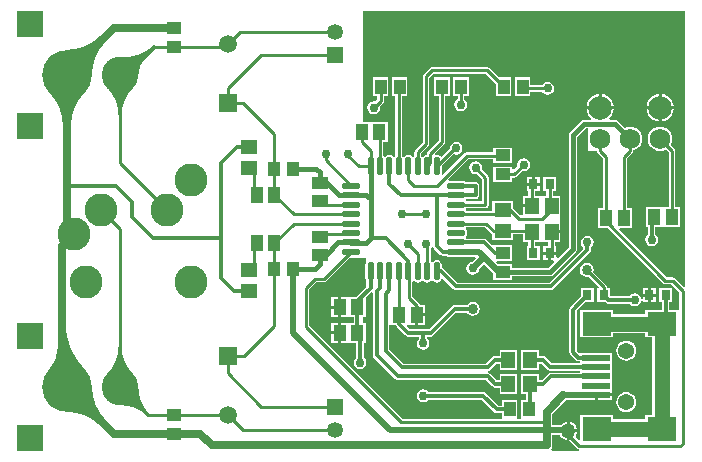
<source format=gbl>
%FSLAX24Y24*%
%MOIN*%
G70*
G01*
G75*
G04 Layer_Physical_Order=2*
G04 Layer_Color=16711680*
%ADD10R,0.0433X0.0492*%
%ADD11R,0.0512X0.0610*%
%ADD12R,0.0512X0.0394*%
%ADD13R,0.0866X0.0374*%
%ADD14R,0.0551X0.0472*%
%ADD15C,0.0120*%
%ADD16C,0.0100*%
%ADD17C,0.0340*%
%ADD18C,0.0532*%
%ADD19R,0.0532X0.0532*%
%ADD20C,0.0591*%
%ADD21R,0.0591X0.0591*%
%ADD22C,0.1100*%
%ADD23C,0.0540*%
%ADD24C,0.0787*%
%ADD25C,0.0689*%
%ADD26R,0.0866X0.0866*%
%ADD27C,0.1654*%
%ADD28C,0.1220*%
%ADD29C,0.0500*%
%ADD30C,0.0300*%
%ADD31C,0.0250*%
%ADD32R,0.0394X0.0512*%
%ADD33O,0.0217X0.0630*%
%ADD34O,0.0630X0.0217*%
%ADD35R,0.0433X0.0551*%
%ADD36R,0.0551X0.0433*%
%ADD37R,0.0472X0.0551*%
%ADD38R,0.0315X0.0354*%
%ADD39R,0.0980X0.0790*%
%ADD40R,0.0940X0.0200*%
%ADD41C,0.0200*%
%ADD42C,0.0150*%
%ADD43C,0.0500*%
G36*
X39988Y33159D02*
X39932Y33136D01*
X39649Y33419D01*
X39613Y33444D01*
X39570Y33452D01*
X39570Y33452D01*
X39376D01*
X37780Y35049D01*
X37803Y35104D01*
X38222D01*
Y35776D01*
X38057D01*
Y37409D01*
X38229Y37581D01*
X38229Y37581D01*
X38254Y37617D01*
X38262Y37660D01*
X38262Y37660D01*
Y37679D01*
X38354Y37717D01*
X38438Y37782D01*
X38503Y37866D01*
X38544Y37964D01*
X38558Y38070D01*
X38544Y38176D01*
X38503Y38274D01*
X38438Y38358D01*
X38354Y38423D01*
X38256Y38464D01*
X38150Y38478D01*
X38044Y38464D01*
X37978Y38437D01*
X37751Y38664D01*
X37706Y38694D01*
X37653Y38704D01*
X37468D01*
X37449Y38761D01*
X37474Y38780D01*
X37546Y38875D01*
X37592Y38985D01*
X37601Y39053D01*
X36699D01*
X36708Y38985D01*
X36754Y38875D01*
X36826Y38780D01*
X36851Y38761D01*
X36832Y38704D01*
X36617D01*
X36564Y38694D01*
X36519Y38664D01*
X36153Y38297D01*
X36123Y38253D01*
X36112Y38200D01*
X36112Y38200D01*
X36112D01*
X36112Y38200D01*
X36112D01*
Y34457D01*
X35749Y34093D01*
X35693Y34116D01*
Y34200D01*
X35526D01*
Y34013D01*
X35590D01*
X35613Y33957D01*
X35428Y33773D01*
X34216D01*
Y33892D01*
X33739D01*
X33678Y33953D01*
X33701Y34008D01*
X34216D01*
Y34522D01*
X33584D01*
X33584Y34522D01*
Y34522D01*
X33561Y34512D01*
X33374Y34699D01*
X33334Y34726D01*
X33287Y34735D01*
X32678D01*
X32671Y34740D01*
Y34800D01*
X32680Y34806D01*
X32717Y34862D01*
X32730Y34928D01*
X32717Y34993D01*
X32680Y35049D01*
X32671Y35055D01*
Y35115D01*
X32680Y35121D01*
X32686Y35130D01*
X33311D01*
X33525Y34916D01*
X33525Y34916D01*
X33561Y34892D01*
X33561Y34892D01*
X33561Y34892D01*
D01*
X33561Y34892D01*
X33561Y34892D01*
X33564Y34891D01*
Y34699D01*
X34236D01*
Y34884D01*
X34569D01*
Y34631D01*
X34753D01*
Y34487D01*
X34707D01*
Y34013D01*
X35142D01*
Y34487D01*
X34978D01*
Y34631D01*
X35422D01*
Y34487D01*
X35258D01*
Y34300D01*
X35693D01*
Y34487D01*
X35647D01*
Y34631D01*
X35831D01*
Y34917D01*
X35750D01*
Y35017D01*
X35831D01*
Y35303D01*
Y35497D01*
Y36169D01*
X35588D01*
Y36313D01*
X35693D01*
Y36787D01*
X35258D01*
Y36313D01*
X35363D01*
Y36169D01*
X34978D01*
Y36313D01*
X35142D01*
Y36500D01*
X34707D01*
Y36313D01*
X34753D01*
Y36169D01*
X34569D01*
Y35883D01*
X34650D01*
Y35783D01*
X34569D01*
Y35512D01*
X34496D01*
X34236Y35773D01*
Y36001D01*
X33564D01*
Y35670D01*
X32686D01*
X32680Y35679D01*
X32671Y35685D01*
Y35745D01*
X32680Y35751D01*
X32686Y35760D01*
X33328D01*
X33370Y35769D01*
X33407Y35793D01*
X33431Y35830D01*
X33440Y35872D01*
X33440Y35872D01*
X33440Y35872D01*
Y35872D01*
Y36772D01*
X33431Y36815D01*
X33407Y36852D01*
X33407Y36852D01*
X33205Y37054D01*
X33214Y37100D01*
X33198Y37182D01*
X33151Y37251D01*
X33082Y37298D01*
X33000Y37314D01*
X32918Y37298D01*
X32849Y37251D01*
X32802Y37182D01*
X32786Y37100D01*
X32802Y37018D01*
X32849Y36949D01*
X32918Y36902D01*
X33000Y36886D01*
X33046Y36895D01*
X33215Y36726D01*
Y35985D01*
X32686D01*
X32680Y35994D01*
X32671Y36000D01*
Y36060D01*
X32678Y36065D01*
X32987D01*
X33034Y36074D01*
X33074Y36101D01*
X33074Y36101D01*
X33074Y36101D01*
X33087Y36113D01*
X33113Y36153D01*
X33122Y36200D01*
X33122Y36200D01*
X33122Y36200D01*
Y36200D01*
Y36500D01*
X33113Y36547D01*
X33087Y36587D01*
X33047Y36613D01*
X33000Y36622D01*
X32681D01*
X32680Y36624D01*
X32624Y36661D01*
X32559Y36674D01*
X32145D01*
X32106Y36666D01*
X32078Y36719D01*
X32746Y37388D01*
X33584D01*
Y37258D01*
X34216D01*
Y37772D01*
X33584D01*
Y37612D01*
X32700D01*
X32700Y37612D01*
X32657Y37604D01*
X32621Y37579D01*
X32621Y37579D01*
X31919Y36878D01*
X31866Y36906D01*
X31874Y36945D01*
Y37165D01*
X32264Y37555D01*
X32268Y37552D01*
X32350Y37536D01*
X32432Y37552D01*
X32501Y37599D01*
X32548Y37668D01*
X32564Y37750D01*
X32548Y37832D01*
X32501Y37901D01*
X32432Y37948D01*
X32350Y37964D01*
X32268Y37948D01*
X32199Y37901D01*
X32152Y37832D01*
X32136Y37750D01*
X32137Y37745D01*
X31867Y37476D01*
X31824Y37480D01*
X31768Y37517D01*
X31702Y37530D01*
X31671Y37524D01*
X31643Y37577D01*
X31964Y37899D01*
X31989Y37935D01*
X31997Y37978D01*
X31997Y37978D01*
Y39484D01*
X32142D01*
Y40116D01*
X31628D01*
Y39484D01*
X31773D01*
Y38024D01*
X31405Y37656D01*
X31380Y37620D01*
X31372Y37577D01*
X31372Y37577D01*
Y37527D01*
X31322Y37517D01*
X31266Y37480D01*
X31260Y37471D01*
X31200D01*
X31194Y37480D01*
X31185Y37486D01*
Y37576D01*
X31429Y37821D01*
X31429Y37821D01*
X31454Y37857D01*
X31454Y37857D01*
X31454Y37857D01*
X31462Y37900D01*
X31462Y37900D01*
Y40104D01*
X31596Y40238D01*
X33339D01*
X33678Y39898D01*
Y39484D01*
X34192D01*
Y40116D01*
X33778D01*
X33464Y40429D01*
X33428Y40454D01*
X33385Y40462D01*
X33385Y40462D01*
X31550D01*
X31550Y40462D01*
X31507Y40454D01*
X31471Y40429D01*
X31471Y40429D01*
X31271Y40229D01*
X31246Y40193D01*
X31238Y40150D01*
X31238Y40150D01*
Y37946D01*
X30993Y37702D01*
X30969Y37665D01*
X30960Y37622D01*
X30960Y37622D01*
Y37486D01*
X30951Y37480D01*
X30945Y37471D01*
X30885D01*
X30879Y37480D01*
X30823Y37517D01*
X30757Y37530D01*
X30692Y37517D01*
X30636Y37480D01*
X30630Y37471D01*
X30570D01*
X30564Y37480D01*
X30555Y37486D01*
Y39484D01*
X30722D01*
Y40116D01*
X30208D01*
Y39484D01*
X30330D01*
Y37486D01*
X30321Y37480D01*
X30315Y37471D01*
X30255D01*
X30249Y37480D01*
X30193Y37517D01*
X30128Y37530D01*
X30062Y37517D01*
X30006Y37480D01*
X30000Y37471D01*
X29940D01*
X29934Y37480D01*
X29925Y37486D01*
Y37964D01*
X30072D01*
Y38636D01*
X29519D01*
D01*
D01*
D01*
Y38636D01*
X29518D01*
X29517Y38636D01*
X29518Y38636D01*
X29460Y38636D01*
X29439Y38636D01*
X29439D01*
D01*
Y38636D01*
X29439D01*
X29439D01*
D01*
X29292Y38636D01*
X29250Y38678D01*
Y42338D01*
X39988D01*
Y33159D01*
D02*
G37*
G36*
X36750Y38131D02*
X36749Y38120D01*
X36750D01*
Y38020D01*
X36749D01*
X36750Y38009D01*
Y37670D01*
X36988D01*
X37038Y37660D01*
X37046Y37617D01*
X37071Y37581D01*
X37243Y37409D01*
Y35776D01*
X37078D01*
Y35490D01*
X37078D01*
Y35390D01*
X37078D01*
Y35104D01*
X37305D01*
Y35104D01*
X37405D01*
Y35104D01*
X37407D01*
X39251Y33261D01*
X39251Y33261D01*
X39287Y33236D01*
X39287Y33236D01*
X39287Y33236D01*
D01*
X39287Y33236D01*
X39287Y33236D01*
X39330Y33228D01*
X39330Y33228D01*
X39524D01*
X39788Y32964D01*
Y32355D01*
X39760D01*
Y32355D01*
X39458D01*
Y32613D01*
X39553D01*
Y33087D01*
X39118D01*
Y32613D01*
X39213D01*
Y32355D01*
X38660D01*
Y32213D01*
X37590D01*
Y32355D01*
X36490D01*
Y31445D01*
X37590D01*
Y31587D01*
X38660D01*
Y31445D01*
X38897D01*
Y28855D01*
X38660D01*
Y28713D01*
X37590D01*
Y28855D01*
X36490D01*
Y28037D01*
X36435Y28014D01*
X36324Y28125D01*
X36361Y28174D01*
X36392Y28249D01*
X36396Y28280D01*
X36140D01*
Y28024D01*
X36111Y28020D01*
X36381Y27751D01*
X36381Y27751D01*
X36417Y27726D01*
X36440Y27722D01*
X36434Y27662D01*
X35540D01*
X35503Y27717D01*
X35544Y27778D01*
X35559Y27850D01*
Y28187D01*
X35814D01*
X35819Y28174D01*
X35869Y28109D01*
X35934Y28059D01*
X36009Y28028D01*
X36040Y28024D01*
Y28330D01*
Y28636D01*
X36009Y28632D01*
X35934Y28601D01*
X35869Y28551D01*
X35840Y28513D01*
X35559D01*
Y28620D01*
X35559Y28620D01*
X35559Y28620D01*
Y28620D01*
Y28892D01*
X36034Y29367D01*
X37020D01*
X37036Y29370D01*
X36970D01*
Y29530D01*
X37020D01*
Y29580D01*
X37550D01*
Y29680D01*
Y29990D01*
Y30300D01*
Y30610D01*
Y30930D01*
X36490D01*
Y30930D01*
X36443Y30930D01*
X36372Y31001D01*
Y32325D01*
X36660Y32613D01*
X36942D01*
Y33087D01*
X36507D01*
Y32806D01*
X36163Y32462D01*
X36137Y32422D01*
X36128Y32376D01*
Y30950D01*
X36128Y30950D01*
X36128D01*
X36137Y30903D01*
X36163Y30863D01*
X36343Y30683D01*
X36383Y30657D01*
X36430Y30648D01*
X36490D01*
Y30610D01*
Y30582D01*
X35541D01*
X35337Y30787D01*
X35297Y30813D01*
X35250Y30822D01*
X35101D01*
Y31036D01*
X34508D01*
Y30364D01*
X35101D01*
Y30578D01*
X35199D01*
X35403Y30373D01*
X35403Y30373D01*
X35403D01*
X35403Y30373D01*
X35403D01*
X35403Y30373D01*
Y30373D01*
Y30373D01*
D01*
D01*
X35403D01*
Y30373D01*
X35443Y30347D01*
X35490Y30338D01*
X36490D01*
Y30300D01*
Y30272D01*
X35500D01*
X35453Y30263D01*
X35413Y30237D01*
X35199Y30022D01*
X35101D01*
Y30236D01*
X34508D01*
Y29564D01*
X34682D01*
Y29366D01*
X34508D01*
Y28734D01*
D01*
Y28734D01*
X34506Y28732D01*
X34392D01*
Y28732D01*
Y28734D01*
X34392Y28775D01*
X34392Y28775D01*
X34392D01*
Y29366D01*
X33878D01*
Y29172D01*
X33751D01*
X33337Y29587D01*
X33297Y29613D01*
X33250Y29622D01*
X31421D01*
X31401Y29651D01*
X31332Y29698D01*
X31250Y29714D01*
X31168Y29698D01*
X31099Y29651D01*
X31052Y29582D01*
X31036Y29500D01*
X31052Y29418D01*
X31099Y29349D01*
X31168Y29302D01*
X31250Y29286D01*
X31332Y29302D01*
X31401Y29349D01*
X31421Y29378D01*
X33199D01*
X33613Y28963D01*
X33613Y28963D01*
X33613D01*
X33613Y28963D01*
X33613D01*
X33613Y28963D01*
Y28963D01*
Y28963D01*
D01*
D01*
X33613D01*
Y28963D01*
X33653Y28937D01*
X33700Y28928D01*
X33878D01*
Y28775D01*
X33878Y28775D01*
X33878D01*
X33878Y28734D01*
X33876Y28732D01*
X30576D01*
X29295Y30014D01*
X29281Y30028D01*
X29250Y30059D01*
D01*
X27462Y31846D01*
Y33054D01*
X27696Y33288D01*
X27950D01*
X27950Y33288D01*
X27993Y33296D01*
X28030Y33321D01*
X28809Y34100D01*
X29350D01*
Y33937D01*
X29339Y33920D01*
X29326Y33855D01*
Y33441D01*
X29339Y33376D01*
X29350Y33359D01*
Y33123D01*
X29013Y32786D01*
X28787D01*
X28787Y32786D01*
Y32786D01*
X28783Y32786D01*
X28764D01*
X28745D01*
X28740Y32786D01*
X28740Y32786D01*
Y32786D01*
X28519D01*
Y32450D01*
Y32114D01*
X28745D01*
Y32114D01*
X28783D01*
X28787Y32114D01*
X28787Y32114D01*
Y32114D01*
X28937D01*
Y31936D01*
X28787D01*
X28787Y31936D01*
Y31936D01*
X28783Y31936D01*
X28764D01*
X28745D01*
X28740Y31936D01*
X28740Y31936D01*
Y31936D01*
X28519D01*
Y31600D01*
Y31264D01*
X28745D01*
Y31264D01*
X28783D01*
X28787Y31264D01*
X28787Y31264D01*
Y31264D01*
X29028D01*
Y30771D01*
X28999Y30751D01*
X28952Y30682D01*
X28936Y30600D01*
X28952Y30518D01*
X28999Y30449D01*
X29068Y30402D01*
X29150Y30386D01*
X29232Y30402D01*
X29297Y30446D01*
X29301Y30449D01*
X29348Y30518D01*
X29364Y30600D01*
X29348Y30682D01*
X29301Y30751D01*
X29272Y30771D01*
Y31264D01*
X29336D01*
Y31936D01*
X29250D01*
Y32114D01*
X29336D01*
Y32763D01*
X29525Y32951D01*
X29580Y32929D01*
Y30848D01*
X29580Y30848D01*
X29580D01*
X29589Y30801D01*
X29616Y30761D01*
X30313Y30063D01*
X30337Y30048D01*
X30353Y30037D01*
X30400Y30028D01*
X33349D01*
X33563Y29813D01*
X33563D01*
X33563Y29813D01*
X33563Y29813D01*
Y29813D01*
X33603Y29787D01*
X33650Y29778D01*
X33799D01*
Y29564D01*
X34392D01*
Y30236D01*
X33799D01*
Y30022D01*
X33701D01*
X33487Y30237D01*
X33447Y30263D01*
X33400Y30272D01*
Y30328D01*
X33447Y30337D01*
X33487Y30363D01*
X33701Y30578D01*
X33799D01*
Y30364D01*
X34392D01*
Y31036D01*
X33799D01*
Y30822D01*
X33650D01*
X33603Y30813D01*
X33563Y30787D01*
X33349Y30572D01*
X30601D01*
X30122Y31051D01*
Y31864D01*
X30178D01*
Y31864D01*
X30339D01*
X30342Y31848D01*
X30368Y31809D01*
X30663Y31513D01*
X30703Y31487D01*
X30750Y31478D01*
X31109D01*
X31127Y31420D01*
X31099Y31401D01*
X31052Y31332D01*
X31036Y31250D01*
X31052Y31168D01*
X31099Y31099D01*
X31168Y31052D01*
X31250Y31036D01*
X31332Y31052D01*
X31401Y31099D01*
X31448Y31168D01*
X31464Y31250D01*
X31448Y31332D01*
X31401Y31401D01*
X31372Y31421D01*
Y31478D01*
X31500D01*
X31547Y31487D01*
X31587Y31513D01*
X32351Y32278D01*
X32705D01*
X32734Y32234D01*
X32810Y32183D01*
X32900Y32165D01*
X32990Y32183D01*
X33066Y32234D01*
X33117Y32310D01*
X33135Y32400D01*
X33117Y32490D01*
X33066Y32566D01*
X32990Y32617D01*
X32900Y32635D01*
X32810Y32617D01*
X32734Y32566D01*
X32705Y32522D01*
X32300D01*
X32253Y32513D01*
X32213Y32487D01*
X31449Y31722D01*
X30801D01*
X30710Y31813D01*
X30731Y31864D01*
X30769D01*
Y31864D01*
X30995D01*
Y32200D01*
X31045D01*
Y32250D01*
X31322D01*
Y32536D01*
X31151D01*
X31149Y32548D01*
X31125Y32584D01*
X31125Y32584D01*
X30893Y32815D01*
Y33303D01*
X30951Y33320D01*
X30951Y33320D01*
X31007Y33283D01*
X31072Y33270D01*
X31138Y33283D01*
X31194Y33320D01*
X31200Y33329D01*
X31260D01*
X31266Y33320D01*
X31322Y33283D01*
X31387Y33270D01*
X31453Y33283D01*
X31509Y33320D01*
X31515Y33329D01*
X31575D01*
X31581Y33320D01*
X31637Y33283D01*
X31702Y33270D01*
X31768Y33283D01*
X31824Y33320D01*
X31861Y33376D01*
X31863Y33389D01*
X31921Y33406D01*
X32263Y33063D01*
X32263Y33063D01*
X32263D01*
X32263Y33063D01*
X32263D01*
X32263Y33063D01*
Y33063D01*
Y33063D01*
D01*
D01*
X32263D01*
Y33063D01*
X32303Y33037D01*
X32350Y33028D01*
X35500D01*
X35547Y33037D01*
X35587Y33063D01*
X36807Y34283D01*
X36822Y34307D01*
X36833Y34323D01*
X36842Y34370D01*
Y34449D01*
X36871Y34469D01*
X36918Y34538D01*
X36934Y34620D01*
X36918Y34702D01*
X36871Y34771D01*
X36802Y34818D01*
X36720Y34834D01*
X36638Y34818D01*
X36569Y34771D01*
X36522Y34702D01*
X36506Y34620D01*
X36522Y34538D01*
X36569Y34469D01*
X36575Y34464D01*
X36581Y34404D01*
X35449Y33272D01*
X32401D01*
X31938Y33735D01*
X31899Y33761D01*
X31874Y33766D01*
Y33855D01*
X31861Y33920D01*
X31824Y33976D01*
X31768Y34013D01*
X31702Y34026D01*
X31637Y34013D01*
X31581Y33976D01*
X31575Y33967D01*
X31515D01*
X31509Y33976D01*
X31500Y33982D01*
Y34397D01*
X31501Y34399D01*
X31528Y34439D01*
X31563Y34446D01*
X31593D01*
X31616Y34411D01*
X31816Y34211D01*
X31856Y34185D01*
X31902Y34175D01*
X32026D01*
X32080Y34139D01*
X32145Y34126D01*
X32559D01*
X32601Y34135D01*
X32975D01*
X32998Y34079D01*
X32879Y33960D01*
X32818Y33948D01*
X32749Y33901D01*
X32702Y33832D01*
X32686Y33750D01*
X32702Y33668D01*
X32749Y33599D01*
X32818Y33552D01*
X32900Y33536D01*
X32982Y33552D01*
X33051Y33599D01*
X33098Y33668D01*
X33110Y33729D01*
X33275Y33894D01*
X33584Y33585D01*
Y33378D01*
X34216D01*
Y33497D01*
X35485D01*
X35538Y33508D01*
X35582Y33538D01*
X36347Y34303D01*
X36377Y34347D01*
X36388Y34400D01*
X36388Y34400D01*
X36388Y34400D01*
Y34400D01*
Y38143D01*
X36674Y38429D01*
X36750D01*
Y38131D01*
D02*
G37*
%LPC*%
G36*
X36700Y33935D02*
X36610Y33917D01*
X36534Y33866D01*
X36483Y33790D01*
X36465Y33700D01*
X36483Y33610D01*
X36534Y33534D01*
X36610Y33483D01*
X36700Y33465D01*
X36763Y33478D01*
X37099Y33143D01*
X37076Y33087D01*
X37058D01*
Y32613D01*
X37340D01*
X37379Y32587D01*
X37426Y32578D01*
X38129D01*
X38149Y32549D01*
X38218Y32502D01*
X38300Y32486D01*
X38382Y32502D01*
X38451Y32549D01*
X38498Y32618D01*
X38507Y32665D01*
X38567Y32659D01*
Y32613D01*
X38734D01*
Y32800D01*
X38567D01*
Y32741D01*
X38507Y32735D01*
X38498Y32782D01*
X38451Y32851D01*
X38382Y32898D01*
X38300Y32914D01*
X38218Y32898D01*
X38149Y32851D01*
X38129Y32822D01*
X37493D01*
Y33087D01*
X37425D01*
X37388Y33124D01*
Y33124D01*
X37388D01*
D01*
D01*
D01*
X37379Y33167D01*
X37355Y33204D01*
X37355Y33204D01*
X36922Y33637D01*
X36935Y33700D01*
X36917Y33790D01*
X36866Y33866D01*
X36790Y33917D01*
X36700Y33935D01*
D02*
G37*
G36*
X28419Y32786D02*
X28192D01*
Y32500D01*
X28419D01*
Y32786D01*
D02*
G37*
G36*
Y32400D02*
X28192D01*
Y32114D01*
X28419D01*
Y32400D01*
D02*
G37*
G36*
X39002Y33087D02*
X38834D01*
Y32900D01*
X39002D01*
Y33087D01*
D02*
G37*
G36*
X38734D02*
X38567D01*
Y32900D01*
X38734D01*
Y33087D01*
D02*
G37*
G36*
X39002Y32800D02*
X38834D01*
Y32613D01*
X39002D01*
Y32800D01*
D02*
G37*
G36*
X37550Y29480D02*
X37070D01*
Y29370D01*
X37550D01*
Y29480D01*
D02*
G37*
G36*
X38030Y29623D02*
X37944Y29612D01*
X37864Y29578D01*
X37795Y29525D01*
X37742Y29456D01*
X37708Y29376D01*
X37697Y29290D01*
X37708Y29204D01*
X37742Y29124D01*
X37795Y29055D01*
X37864Y29002D01*
X37944Y28968D01*
X38030Y28957D01*
X38116Y28968D01*
X38196Y29002D01*
X38265Y29055D01*
X38318Y29124D01*
X38352Y29204D01*
X38363Y29290D01*
X38352Y29376D01*
X38318Y29456D01*
X38265Y29525D01*
X38196Y29578D01*
X38116Y29612D01*
X38030Y29623D01*
D02*
G37*
G36*
X36140Y28636D02*
Y28380D01*
X36396D01*
X36392Y28411D01*
X36361Y28486D01*
X36311Y28551D01*
X36246Y28601D01*
X36171Y28632D01*
X36140Y28636D01*
D02*
G37*
G36*
X38030Y31343D02*
X37944Y31332D01*
X37864Y31298D01*
X37795Y31245D01*
X37742Y31176D01*
X37708Y31096D01*
X37697Y31010D01*
X37708Y30924D01*
X37742Y30844D01*
X37795Y30775D01*
X37864Y30722D01*
X37944Y30688D01*
X38030Y30677D01*
X38116Y30688D01*
X38196Y30722D01*
X38265Y30775D01*
X38318Y30844D01*
X38352Y30924D01*
X38363Y31010D01*
X38352Y31096D01*
X38318Y31176D01*
X38265Y31245D01*
X38196Y31298D01*
X38116Y31332D01*
X38030Y31343D01*
D02*
G37*
G36*
X31322Y32150D02*
X31095D01*
Y31864D01*
X31322D01*
Y32150D01*
D02*
G37*
G36*
X28419Y31936D02*
X28192D01*
Y31650D01*
X28419D01*
Y31936D01*
D02*
G37*
G36*
Y31550D02*
X28192D01*
Y31264D01*
X28419D01*
Y31550D01*
D02*
G37*
G36*
X37200Y39555D02*
Y39153D01*
X37601D01*
X37592Y39222D01*
X37546Y39332D01*
X37474Y39427D01*
X37379Y39500D01*
X37268Y39545D01*
X37200Y39555D01*
D02*
G37*
G36*
X37100D02*
X37032Y39545D01*
X36921Y39500D01*
X36826Y39427D01*
X36754Y39332D01*
X36708Y39222D01*
X36699Y39153D01*
X37100D01*
Y39555D01*
D02*
G37*
G36*
X32772Y40116D02*
X32258D01*
Y39484D01*
X32403D01*
Y39388D01*
X32349Y39351D01*
X32302Y39282D01*
X32286Y39200D01*
X32302Y39118D01*
X32349Y39049D01*
X32418Y39002D01*
X32500Y38986D01*
X32582Y39002D01*
X32651Y39049D01*
X32698Y39118D01*
X32714Y39200D01*
X32698Y39282D01*
X32651Y39351D01*
X32627Y39368D01*
Y39484D01*
X32772D01*
Y40116D01*
D02*
G37*
G36*
X39100Y39555D02*
X39032Y39545D01*
X38921Y39500D01*
X38826Y39427D01*
X38754Y39332D01*
X38708Y39222D01*
X38699Y39153D01*
X39100D01*
Y39555D01*
D02*
G37*
G36*
X34822Y40116D02*
X34308D01*
Y39484D01*
X34822D01*
Y39638D01*
X35222D01*
X35249Y39599D01*
X35318Y39552D01*
X35400Y39536D01*
X35482Y39552D01*
X35551Y39599D01*
X35598Y39668D01*
X35614Y39750D01*
X35598Y39832D01*
X35551Y39901D01*
X35482Y39948D01*
X35400Y39964D01*
X35318Y39948D01*
X35249Y39901D01*
X35222Y39862D01*
X34822D01*
Y40116D01*
D02*
G37*
G36*
X30092D02*
X29578D01*
Y39484D01*
X29723D01*
Y39381D01*
X29646Y39305D01*
X29600Y39314D01*
X29518Y39298D01*
X29449Y39251D01*
X29402Y39182D01*
X29386Y39100D01*
X29402Y39018D01*
X29449Y38949D01*
X29518Y38902D01*
X29600Y38886D01*
X29682Y38902D01*
X29751Y38949D01*
X29798Y39018D01*
X29814Y39100D01*
X29805Y39146D01*
X29914Y39256D01*
X29914Y39256D01*
X29939Y39292D01*
X29947Y39335D01*
X29947Y39335D01*
Y39484D01*
X30092D01*
Y40116D01*
D02*
G37*
G36*
X39200Y39555D02*
Y39153D01*
X39601D01*
X39592Y39222D01*
X39546Y39332D01*
X39474Y39427D01*
X39379Y39500D01*
X39268Y39545D01*
X39200Y39555D01*
D02*
G37*
G36*
X34874Y36787D02*
X34707D01*
Y36600D01*
X34874D01*
Y36787D01*
D02*
G37*
G36*
X39150Y38478D02*
X39044Y38464D01*
X38946Y38423D01*
X38862Y38358D01*
X38797Y38274D01*
X38756Y38176D01*
X38742Y38070D01*
X38756Y37964D01*
X38797Y37866D01*
X38862Y37782D01*
X38946Y37717D01*
X39044Y37676D01*
X39150Y37662D01*
X39256Y37676D01*
X39347Y37714D01*
X39433Y37628D01*
Y35786D01*
X39274D01*
X39274Y35786D01*
Y35786D01*
X39269Y35786D01*
X39250D01*
X39231D01*
X39226Y35786D01*
X39226Y35786D01*
Y35786D01*
X38678D01*
Y35114D01*
X38748D01*
Y34871D01*
X38719Y34851D01*
X38672Y34782D01*
X38656Y34700D01*
X38672Y34618D01*
X38719Y34549D01*
X38788Y34502D01*
X38870Y34486D01*
X38952Y34502D01*
X39021Y34549D01*
X39068Y34618D01*
X39084Y34700D01*
X39068Y34782D01*
X39021Y34851D01*
X38992Y34871D01*
Y35114D01*
X39231D01*
Y35114D01*
X39269D01*
X39274Y35114D01*
X39274Y35114D01*
Y35114D01*
X39822D01*
Y35786D01*
X39657D01*
Y37675D01*
X39657Y37675D01*
X39649Y37718D01*
X39625Y37754D01*
X39625Y37754D01*
X39506Y37873D01*
X39544Y37964D01*
X39558Y38070D01*
X39544Y38176D01*
X39503Y38274D01*
X39438Y38358D01*
X39354Y38423D01*
X39256Y38464D01*
X39150Y38478D01*
D02*
G37*
G36*
X35426Y34200D02*
X35258D01*
Y34013D01*
X35426D01*
Y34200D01*
D02*
G37*
G36*
X35142Y36787D02*
X34974D01*
Y36600D01*
X35142D01*
Y36787D01*
D02*
G37*
G36*
X39601Y39053D02*
X39200D01*
Y38652D01*
X39268Y38661D01*
X39379Y38707D01*
X39474Y38780D01*
X39546Y38875D01*
X39592Y38985D01*
X39601Y39053D01*
D02*
G37*
G36*
X39100D02*
X38699D01*
X38708Y38985D01*
X38754Y38875D01*
X38826Y38780D01*
X38921Y38707D01*
X39032Y38661D01*
X39100Y38652D01*
Y39053D01*
D02*
G37*
G36*
X34600Y37414D02*
X34518Y37398D01*
X34449Y37351D01*
X34402Y37282D01*
X34386Y37200D01*
X34395Y37154D01*
X34271Y37030D01*
X34216Y37053D01*
Y37142D01*
X33584D01*
Y36628D01*
X34216D01*
Y36773D01*
X34285D01*
X34285Y36773D01*
X34328Y36781D01*
X34364Y36806D01*
X34554Y36995D01*
X34600Y36986D01*
X34682Y37002D01*
X34751Y37049D01*
X34798Y37118D01*
X34814Y37200D01*
X34798Y37282D01*
X34751Y37351D01*
X34682Y37398D01*
X34600Y37414D01*
D02*
G37*
%LPD*%
D12*
X33900Y37515D02*
D03*
Y36885D02*
D03*
Y33635D02*
D03*
Y34265D02*
D03*
X22950Y28865D02*
D03*
Y28235D02*
D03*
Y41135D02*
D03*
Y41765D02*
D03*
D14*
X25450Y33704D02*
D03*
Y32996D02*
D03*
X25450Y37096D02*
D03*
Y37804D02*
D03*
X33900Y35704D02*
D03*
Y34996D02*
D03*
D15*
X35370Y28620D02*
X35420D01*
X31250Y31250D02*
Y31600D01*
X31500D01*
X30750D02*
X31250D01*
X33000Y36200D02*
Y36500D01*
X32354D02*
X33000D01*
X32987Y36187D02*
X33000Y36200D01*
X29800Y33635D02*
X29813Y33648D01*
X29800Y33100D02*
Y33635D01*
X29702Y33002D02*
X29800Y33100D01*
X29702Y30848D02*
Y33002D01*
X30400Y30150D02*
X33400D01*
X29702Y30848D02*
X30400Y30150D01*
X30550Y30450D02*
X32650D01*
X30000Y31000D02*
X30550Y30450D01*
X32650D02*
X33400D01*
X33650Y30700D01*
X34096D01*
X33400Y30150D02*
X33650Y29900D01*
X34096D01*
X35490Y30460D02*
X37020D01*
X35250Y30700D02*
X35490Y30460D01*
X34804Y30700D02*
X35250D01*
X34804Y29900D02*
X35250D01*
X35500Y30150D01*
X37020D01*
X30128Y33028D02*
Y33648D01*
X30000Y32900D02*
X30128Y33028D01*
X30000Y31000D02*
Y32900D01*
X32352Y36187D02*
X32987D01*
X21550Y35450D02*
X22250Y34750D01*
X19378Y36500D02*
X21000D01*
X21550Y35950D01*
Y35450D02*
Y35950D01*
X31702Y34498D02*
X31902Y34298D01*
X32352D01*
X30513Y36187D02*
X32352D01*
X30128Y36572D02*
X30513Y36187D01*
X30128Y36572D02*
Y37152D01*
X31702Y34498D02*
Y36150D01*
X32352Y34613D02*
X33287D01*
X33635Y34265D01*
X33900D01*
X34804Y29089D02*
Y29900D01*
X34765Y29050D02*
X34804Y29089D01*
X29150Y30600D02*
Y31509D01*
X29059Y31600D02*
X29150Y31509D01*
X29059Y32659D02*
X29498Y33098D01*
Y33648D01*
X29059Y31600D02*
Y32450D01*
Y32659D01*
X37276Y32850D02*
X37426Y32700D01*
X38300D01*
X36430Y30770D02*
X37020D01*
X36250Y30950D02*
X36430Y30770D01*
X36250Y30950D02*
Y32376D01*
X36724Y32850D01*
X31250Y29500D02*
X33250D01*
X31500Y31600D02*
X32300Y32400D01*
X30455Y31895D02*
Y32200D01*
Y31895D02*
X30750Y31600D01*
X31702Y33648D02*
X31852D01*
X32350Y33150D01*
X35500D01*
X32300Y32400D02*
X32900D01*
X33250Y34100D02*
X33300D01*
X30757Y33648D02*
Y33993D01*
X30000Y34750D02*
X30757Y33993D01*
X29500Y34750D02*
X30000D01*
X25034Y37804D02*
X25450D01*
X24944Y32996D02*
X25450D01*
X24500Y33440D02*
X24944Y32996D01*
X24500Y37270D02*
X25034Y37804D01*
X24500Y34750D02*
Y37270D01*
Y33440D02*
Y34750D01*
X22250D02*
X24500D01*
X33250Y29500D02*
X33700Y29050D01*
X34135D01*
X39336Y32194D02*
Y32850D01*
X39126Y31984D02*
X39336Y32194D01*
X35500Y33150D02*
X36720Y34370D01*
Y34620D01*
X38870Y34700D02*
Y35365D01*
X38955Y35450D01*
D16*
X21410Y29796D02*
G03*
X21584Y29366I595J-10D01*
G01*
X21510Y29794D02*
G03*
X21751Y29199I823J-13D01*
G01*
X21610Y29793D02*
G03*
X21918Y29032I1052J-17D01*
G01*
X21710Y29791D02*
G03*
X22085Y28865I1280J-21D01*
G01*
X21584Y29366D02*
G03*
X21154Y29540I-421J-421D01*
G01*
X21751Y29199D02*
G03*
X21156Y29440I-582J-582D01*
G01*
X21918Y29032D02*
G03*
X21157Y29340I-744J-744D01*
G01*
X22085Y28865D02*
G03*
X21159Y29240I-905J-905D01*
G01*
X20966Y29984D02*
G03*
X21150Y30428I-444J444D01*
G01*
X20895Y30055D02*
G03*
X21150Y30670I-615J615D01*
G01*
X20825Y30125D02*
G03*
X21150Y30911I-786J786D01*
G01*
X20754Y30196D02*
G03*
X21150Y31153I-956J956D01*
G01*
Y30428D02*
G03*
X21334Y29984I628J0D01*
G01*
X21150Y30670D02*
G03*
X21405Y30055I870J0D01*
G01*
X21150Y30911D02*
G03*
X21475Y30125I1111J0D01*
G01*
X21150Y31153D02*
G03*
X21546Y30196I1353J0D01*
G01*
X21167Y40359D02*
G03*
X21695Y40545I70J643D01*
G01*
X21178Y40459D02*
G03*
X21842Y40692I88J810D01*
G01*
X21189Y40558D02*
G03*
X21990Y40840I106J976D01*
G01*
X21200Y40658D02*
G03*
X22137Y40987I125J1143D01*
G01*
X21211Y40757D02*
G03*
X22285Y41135I143J1309D01*
G01*
X21794Y40644D02*
G03*
X21610Y40200I444J-444D01*
G01*
X21965Y40815D02*
G03*
X21710Y40200I615J-615D01*
G01*
X21334Y40016D02*
G03*
X21150Y39572I444J-444D01*
G01*
X21405Y39945D02*
G03*
X21150Y39330I615J-615D01*
G01*
X21475Y39875D02*
G03*
X21150Y39089I786J-786D01*
G01*
X21546Y39804D02*
G03*
X21150Y38847I956J-956D01*
G01*
Y39572D02*
G03*
X20966Y40016I-628J0D01*
G01*
X21150Y39330D02*
G03*
X20895Y39945I-870J0D01*
G01*
X21150Y39089D02*
G03*
X20825Y39875I-1111J0D01*
G01*
X21150Y38847D02*
G03*
X20754Y39804I-1353J0D01*
G01*
X36460Y27830D02*
X39830D01*
X36050Y28240D02*
X36460Y27830D01*
X30530Y28620D02*
X35370D01*
X39830Y27830D02*
X39900Y27900D01*
X31350Y34550D02*
X31387Y34513D01*
Y33648D02*
Y34513D01*
X30550Y35550D02*
X31350D01*
X33000Y37100D02*
X33328Y36772D01*
Y35872D02*
Y36772D01*
X32352Y35872D02*
X33328D01*
X34285Y36885D02*
X34600Y37200D01*
X33900Y36885D02*
X34285D01*
X31700Y36500D02*
X32700Y37500D01*
X30950Y36500D02*
X31700D01*
X32700Y37500D02*
X33900D01*
X32300Y37750D02*
X32350D01*
X31702Y37152D02*
X32300Y37750D01*
X31885Y37978D02*
Y39800D01*
X31484Y37577D02*
X31885Y37978D01*
X29600Y39100D02*
X29835Y39335D01*
Y39800D01*
X32500Y39200D02*
X32515Y39215D01*
Y39800D01*
X34615Y39750D02*
X35400D01*
X34565Y39800D02*
X34615Y39750D01*
X27350Y33100D02*
X27650Y33400D01*
X27350Y31800D02*
Y33100D01*
X27950Y33400D02*
X28848Y34298D01*
X27650Y33400D02*
X27950D01*
X28750Y37500D02*
X29098Y37152D01*
X28750Y37500D02*
Y37550D01*
X29498Y37152D02*
X29500Y37154D01*
Y37650D01*
X29205Y37945D02*
X29500Y37650D01*
X29205Y37945D02*
Y38300D01*
X29098Y37152D02*
X29498D01*
X28000Y37350D02*
Y37550D01*
Y37350D02*
X28848Y36502D01*
Y34613D02*
X28861Y34600D01*
X28820Y34900D02*
X28848Y34928D01*
X27905Y34900D02*
X28820D01*
X27800Y34795D02*
X27905Y34900D01*
X27932Y35872D02*
X28848D01*
X27800Y36005D02*
X27932Y35872D01*
X19200Y29978D02*
X19378Y29800D01*
X31045Y32200D02*
Y32505D01*
X30781Y32769D02*
X31045Y32505D01*
X30781Y32769D02*
Y33624D01*
X30757Y33648D02*
X30781Y33624D01*
X34865Y34309D02*
X34924Y34250D01*
X34865Y34309D02*
Y34967D01*
X35476Y34250D02*
X35535Y34309D01*
Y34967D01*
X35476Y35892D02*
X35535Y35833D01*
X35476Y35892D02*
Y36550D01*
X34865Y36491D02*
X34924Y36550D01*
X34865Y35833D02*
Y36491D01*
X30455Y32200D02*
Y33636D01*
X35535Y35735D02*
Y35833D01*
X35200Y35400D02*
X35535Y35735D01*
X34450Y35400D02*
X35200D01*
X34146Y35704D02*
X34450Y35400D01*
X33900Y35704D02*
X34146D01*
X34837Y34996D02*
X34865Y34967D01*
X33900Y34996D02*
X34837D01*
X33753Y35557D02*
X33900Y35704D01*
X32352Y35557D02*
X33753D01*
X30750Y37144D02*
X30757Y37152D01*
X31350Y37900D02*
Y40150D01*
X31550Y40350D01*
X31072Y37622D02*
X31350Y37900D01*
X31072Y37152D02*
Y37622D01*
X31550Y40350D02*
X33385D01*
X31484Y37249D02*
Y37577D01*
X33385Y40350D02*
X33935Y39800D01*
X31387Y37152D02*
X31484Y37249D01*
X30443Y37152D02*
Y39778D01*
X29795Y38300D02*
X29813Y38283D01*
Y37152D02*
Y38283D01*
X26295Y36200D02*
X26938Y35557D01*
X28848D01*
X26295Y34600D02*
X26938Y35243D01*
X28848D01*
X25600Y34495D02*
X25705Y34600D01*
X25600Y33854D02*
Y34495D01*
X25450Y33704D02*
X25600Y33854D01*
X26295Y33754D02*
Y34600D01*
X25450Y37096D02*
X25600Y36946D01*
Y36305D02*
Y36946D01*
Y36305D02*
X25705Y36200D01*
X26295D02*
Y37046D01*
X26285Y31835D02*
Y33744D01*
X25284Y30834D02*
X26285Y31835D01*
X24750Y30834D02*
X25284D01*
X26285Y37056D02*
Y38215D01*
X25234Y39266D02*
X26285Y38215D01*
X24750Y39266D02*
X25234D01*
X25856Y40856D02*
X28300D01*
X24750Y39750D02*
X25856Y40856D01*
X24750Y39266D02*
Y39750D01*
X25259Y28356D02*
X28300D01*
X24750Y28866D02*
X25259Y28356D01*
X25159Y41644D02*
X28300D01*
X24750Y41234D02*
X25159Y41644D01*
X22951Y28866D02*
X24750D01*
X22085Y28865D02*
X22950D01*
X21150Y29800D02*
X22085Y28865D01*
X22285Y41135D02*
X22950D01*
X21350Y40200D02*
X22285Y41135D01*
X21150Y40200D02*
X21350D01*
X22950Y41135D02*
X24651D01*
X21150Y37250D02*
X22700Y35700D01*
X21150Y37250D02*
Y40200D01*
X20500Y35700D02*
X21150Y35050D01*
Y29800D02*
Y35050D01*
X30750Y36700D02*
Y37144D01*
Y36700D02*
X30950Y36500D01*
X31072Y33648D02*
Y34228D01*
X30750Y34550D02*
X31072Y34228D01*
X32352Y35243D02*
X33357D01*
X33604Y34996D01*
X33900D01*
X24750Y30250D02*
Y30834D01*
Y30250D02*
X25856Y29144D01*
X28300D01*
X27350Y31800D02*
X30530Y28620D01*
X37276Y32850D02*
Y33124D01*
X36700Y33700D02*
X37276Y33124D01*
X39545Y35450D02*
Y37675D01*
X39150Y38070D02*
X39545Y37675D01*
X39900Y27900D02*
Y33010D01*
X36050Y28240D02*
Y28350D01*
X37150Y37660D02*
Y38070D01*
Y37660D02*
X37355Y37455D01*
Y35440D02*
Y37455D01*
X37945Y35440D02*
Y37455D01*
X38150Y37660D01*
Y38070D01*
X39570Y33340D02*
X39900Y33010D01*
X37355Y35315D02*
Y35440D01*
Y35315D02*
X39330Y33340D01*
X39570D01*
D17*
X32900Y32400D02*
D03*
X36700Y33700D02*
D03*
D18*
X28300Y41644D02*
D03*
Y28356D02*
D03*
D19*
Y40856D02*
D03*
Y29144D02*
D03*
D20*
X24750Y41234D02*
D03*
Y28866D02*
D03*
D21*
Y39266D02*
D03*
Y30834D02*
D03*
D22*
X23500Y36700D02*
D03*
Y33300D02*
D03*
X20000D02*
D03*
X22700Y35700D02*
D03*
X20500D02*
D03*
X19600Y34900D02*
D03*
D23*
X38030Y29290D02*
D03*
Y31010D02*
D03*
D24*
X39150Y39103D02*
D03*
X37150D02*
D03*
D25*
X39150Y38070D02*
D03*
X38150D02*
D03*
X37150D02*
D03*
D26*
X18138Y41893D02*
D03*
Y38507D02*
D03*
Y31493D02*
D03*
Y28107D02*
D03*
D27*
X19378Y40200D02*
D03*
Y29800D02*
D03*
D28*
X21150Y40200D02*
D03*
Y29800D02*
D03*
D29*
X36090Y28330D02*
D03*
D30*
X30550Y35550D02*
D03*
X31350D02*
D03*
X33000Y37100D02*
D03*
X31350Y34550D02*
D03*
X30750D02*
D03*
X34600Y37200D02*
D03*
X32350Y37750D02*
D03*
X29600Y39100D02*
D03*
X32500Y39200D02*
D03*
X35400Y39750D02*
D03*
X28750Y37550D02*
D03*
X28000D02*
D03*
X31250Y31250D02*
D03*
X29150Y30600D02*
D03*
X38300Y32700D02*
D03*
X31250Y29500D02*
D03*
X32900Y33750D02*
D03*
X36720Y34620D02*
D03*
X38870Y34700D02*
D03*
D31*
X19378Y40652D02*
G03*
X20150Y40971I0J1091D01*
G01*
X19378Y40902D02*
G03*
X20576Y41398I0J1694D01*
G01*
X20150Y40971D02*
G03*
X19830Y40200I771J-771D01*
G01*
X20576Y41398D02*
G03*
X20080Y40200I1198J-1198D01*
G01*
X19698Y39881D02*
G03*
X19378Y39109I771J-771D01*
G01*
X19875Y39704D02*
G03*
X19378Y38506I1198J-1198D01*
G01*
Y39109D02*
G03*
X19059Y39881I-1091J0D01*
G01*
X19378Y38506D02*
G03*
X18882Y39704I-1694J0D01*
G01*
X19830Y29800D02*
G03*
X20150Y29029I1091J0D01*
G01*
X20080Y29800D02*
G03*
X20576Y28602I1694J0D01*
G01*
X20150Y29029D02*
G03*
X19378Y29348I-771J-771D01*
G01*
X20576Y28602D02*
G03*
X19378Y29098I-1198J-1198D01*
G01*
X18882Y30296D02*
G03*
X19200Y31064I-767J767D01*
G01*
Y30718D02*
G03*
X19521Y29943I1096J0D01*
G01*
X19200Y31321D02*
G03*
X19698Y30119I1700J0D01*
G01*
X19200Y31925D02*
G03*
X19875Y30296I2303J0D01*
G01*
X35370Y28620D02*
Y28970D01*
Y28350D02*
Y28620D01*
Y27850D02*
Y28350D01*
Y28970D02*
X35930Y29530D01*
X24200Y27850D02*
X35370D01*
X23815Y28235D02*
X24200Y27850D01*
X19200Y29978D02*
Y34500D01*
X19600Y34900D01*
X19378Y35122D02*
X19600Y34900D01*
X19378Y29800D02*
X20943Y28235D01*
X22950D01*
X19378Y40200D02*
X20943Y41765D01*
X22950D01*
X19378Y35122D02*
Y36500D01*
Y40200D01*
X22950Y28235D02*
X23815D01*
D32*
X31885Y39800D02*
D03*
X32515D02*
D03*
X33935D02*
D03*
X34565D02*
D03*
X34765Y29050D02*
D03*
X34135D02*
D03*
X26285Y33744D02*
D03*
X26915D02*
D03*
X26285Y37056D02*
D03*
X26915D02*
D03*
X30465Y39800D02*
D03*
X29835D02*
D03*
D33*
X29498Y37152D02*
D03*
X29813D02*
D03*
X30128D02*
D03*
X30443D02*
D03*
X30757D02*
D03*
X31072D02*
D03*
X31387D02*
D03*
X31702D02*
D03*
Y33648D02*
D03*
X31387D02*
D03*
X31072D02*
D03*
X30757D02*
D03*
X30443D02*
D03*
X30128D02*
D03*
X29813D02*
D03*
X29498D02*
D03*
D34*
X32352Y36502D02*
D03*
Y36187D02*
D03*
Y35872D02*
D03*
Y35557D02*
D03*
Y35243D02*
D03*
Y34928D02*
D03*
Y34613D02*
D03*
Y34298D02*
D03*
X28848D02*
D03*
Y34613D02*
D03*
Y34928D02*
D03*
Y35243D02*
D03*
Y35557D02*
D03*
Y35872D02*
D03*
Y36187D02*
D03*
Y36502D02*
D03*
D35*
X38955Y35450D02*
D03*
X39545D02*
D03*
X37945Y35440D02*
D03*
X37355D02*
D03*
X30455Y32200D02*
D03*
X31045D02*
D03*
X29795Y38300D02*
D03*
X29205D02*
D03*
X29059Y32450D02*
D03*
X28468D02*
D03*
X29059Y31600D02*
D03*
X28468D02*
D03*
X26295Y36200D02*
D03*
X25705D02*
D03*
X26295Y34600D02*
D03*
X25705D02*
D03*
D36*
X27800Y36005D02*
D03*
Y36595D02*
D03*
X27800Y34795D02*
D03*
Y34205D02*
D03*
D37*
X34096Y30700D02*
D03*
X34804D02*
D03*
X34096Y29900D02*
D03*
X34804D02*
D03*
X34865Y34967D02*
D03*
Y35833D02*
D03*
X35535D02*
D03*
Y34967D02*
D03*
D38*
X39336Y32850D02*
D03*
X38784D02*
D03*
X36724Y32850D02*
D03*
X37276D02*
D03*
X34924Y34250D02*
D03*
X35476D02*
D03*
Y36550D02*
D03*
X34924D02*
D03*
D39*
X37040Y28400D02*
D03*
X39210Y31900D02*
D03*
Y28400D02*
D03*
X37040Y31900D02*
D03*
D40*
X37020Y29530D02*
D03*
Y29840D02*
D03*
Y30150D02*
D03*
Y30460D02*
D03*
Y30770D02*
D03*
D41*
X35370Y28350D02*
X36050D01*
X30150D02*
X35370D01*
X36050D02*
X36070Y28330D01*
X35930Y29530D02*
X37020D01*
X26915Y31585D02*
Y33744D01*
X32352Y34298D02*
X33102D01*
X33765Y33635D02*
X33900D01*
X32900Y33750D02*
X33250Y34100D01*
X33300D02*
X33765Y33635D01*
X33102Y34298D02*
X33300Y34100D01*
X26915Y31585D02*
X30150Y28350D01*
D42*
X36250Y34400D02*
Y38200D01*
X35485Y33635D02*
X36250Y34400D01*
X33900Y33635D02*
X35485D01*
X29363Y36187D02*
X29498Y36052D01*
X28848Y36187D02*
X29363D01*
X29498Y36052D02*
Y37152D01*
Y36052D02*
X29500Y36050D01*
X27800Y36595D02*
Y36950D01*
X27694Y37056D02*
X27800Y36950D01*
X26915Y37056D02*
X27694D01*
X27800Y33900D02*
Y34205D01*
X27644Y33744D02*
X27800Y33900D01*
X26915Y33744D02*
X27644D01*
X27800Y36595D02*
X28055D01*
X28463Y36187D01*
X28848D01*
X28413Y34613D02*
X28848D01*
X28005Y34205D02*
X28413Y34613D01*
X27800Y34205D02*
X28005D01*
X29500Y34750D02*
Y36050D01*
X28861Y34600D02*
X29350D01*
X29500Y34750D01*
X36250Y38200D02*
X36617Y38567D01*
X37653D01*
X38150Y38070D01*
D43*
X39210Y28400D02*
Y31900D01*
X37040Y28400D02*
X39210D01*
X37040Y31900D02*
X39210D01*
M02*

</source>
